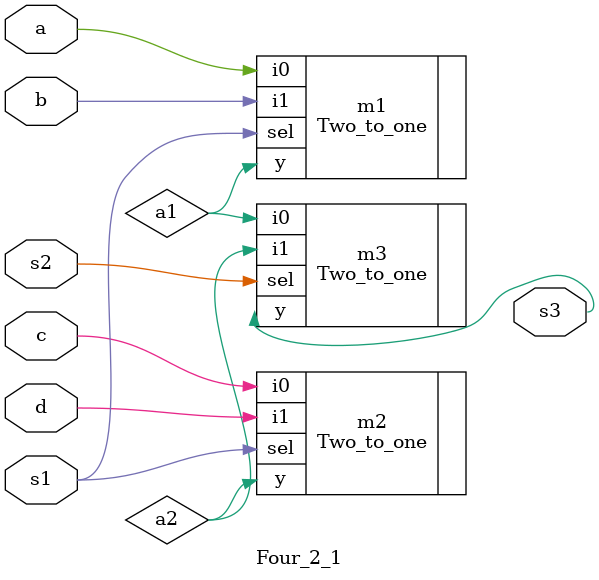
<source format=v>
`timescale 1ns / 1ps



module Four_2_1(input a,
                input b,
                input c,
                input d,
                input s1,
                input s2,output s3
    );
    
    wire a1;
    wire a2;
//    wire a3
    
    Two_to_one m1(.sel(s1),.i0(a),.i1(b),.y(a1));
    Two_to_one m2(.sel(s1),.i0(c),.i1(d),.y(a2));
    Two_to_one m3(.sel(s2),.i0(a1),.i1(a2),.y(s3));
    
endmodule

</source>
